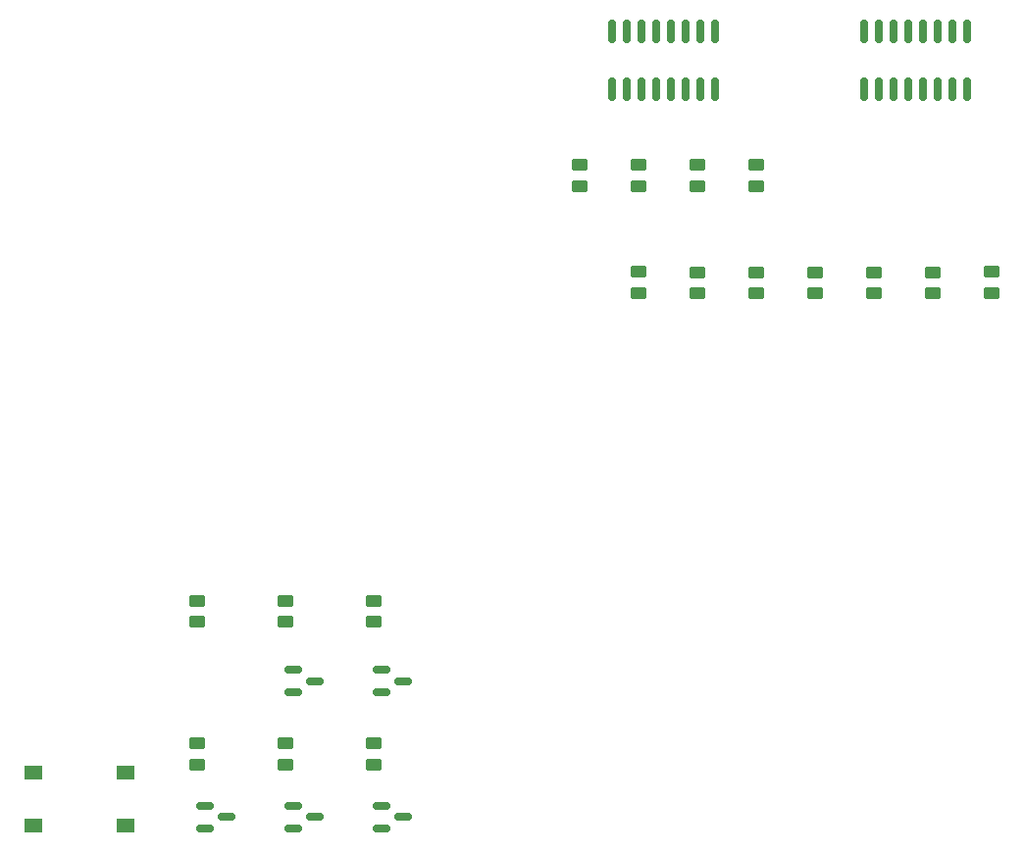
<source format=gbr>
%TF.GenerationSoftware,KiCad,Pcbnew,8.0.4*%
%TF.CreationDate,2024-08-27T11:51:51+09:00*%
%TF.ProjectId,gen2,67656e32-2e6b-4696-9361-645f70636258,rev?*%
%TF.SameCoordinates,PX48ab840PY9157080*%
%TF.FileFunction,Paste,Top*%
%TF.FilePolarity,Positive*%
%FSLAX46Y46*%
G04 Gerber Fmt 4.6, Leading zero omitted, Abs format (unit mm)*
G04 Created by KiCad (PCBNEW 8.0.4) date 2024-08-27 11:51:51*
%MOMM*%
%LPD*%
G01*
G04 APERTURE LIST*
G04 Aperture macros list*
%AMRoundRect*
0 Rectangle with rounded corners*
0 $1 Rounding radius*
0 $2 $3 $4 $5 $6 $7 $8 $9 X,Y pos of 4 corners*
0 Add a 4 corners polygon primitive as box body*
4,1,4,$2,$3,$4,$5,$6,$7,$8,$9,$2,$3,0*
0 Add four circle primitives for the rounded corners*
1,1,$1+$1,$2,$3*
1,1,$1+$1,$4,$5*
1,1,$1+$1,$6,$7*
1,1,$1+$1,$8,$9*
0 Add four rect primitives between the rounded corners*
20,1,$1+$1,$2,$3,$4,$5,0*
20,1,$1+$1,$4,$5,$6,$7,0*
20,1,$1+$1,$6,$7,$8,$9,0*
20,1,$1+$1,$8,$9,$2,$3,0*%
G04 Aperture macros list end*
%ADD10RoundRect,0.250000X0.450000X-0.262500X0.450000X0.262500X-0.450000X0.262500X-0.450000X-0.262500X0*%
%ADD11RoundRect,0.150000X0.150000X-0.825000X0.150000X0.825000X-0.150000X0.825000X-0.150000X-0.825000X0*%
%ADD12RoundRect,0.150000X-0.587500X-0.150000X0.587500X-0.150000X0.587500X0.150000X-0.587500X0.150000X0*%
%ADD13R,1.550000X1.300000*%
G04 APERTURE END LIST*
D10*
%TO.C,R_US2*%
X101621150Y55009650D03*
X101621150Y56834650D03*
%TD*%
%TO.C,R_US5*%
X116861150Y55009650D03*
X116861150Y56834650D03*
%TD*%
%TO.C,R_US8*%
X73681150Y26661650D03*
X73681150Y28486650D03*
%TD*%
%TO.C,R_US12*%
X66061150Y26661650D03*
X66061150Y28486650D03*
%TD*%
D11*
%TO.C,primary1*%
X94255150Y72662150D03*
X95525150Y72662150D03*
X96795150Y72662150D03*
X98065150Y72662150D03*
X99335150Y72662150D03*
X100605150Y72662150D03*
X101875150Y72662150D03*
X103145150Y72662150D03*
X103145150Y77612150D03*
X101875150Y77612150D03*
X100605150Y77612150D03*
X99335150Y77612150D03*
X98065150Y77612150D03*
X96795150Y77612150D03*
X95525150Y77612150D03*
X94255150Y77612150D03*
%TD*%
D10*
%TO.C,R_US17*%
X91461150Y64307950D03*
X91461150Y66132950D03*
%TD*%
D12*
%TO.C,Q4*%
X66726150Y10744150D03*
X66726150Y8844150D03*
X68601150Y9794150D03*
%TD*%
D10*
%TO.C,R_US1*%
X96541150Y55060450D03*
X96541150Y56885450D03*
%TD*%
%TO.C,R_US14*%
X101621150Y64307950D03*
X101621150Y66132950D03*
%TD*%
%TO.C,R_US16*%
X58441150Y26661650D03*
X58441150Y28486650D03*
%TD*%
D13*
%TO.C,SW1*%
X52261150Y9104150D03*
X44301150Y9104150D03*
X52261150Y13604150D03*
X44301150Y13604150D03*
%TD*%
D10*
%TO.C,R_US9*%
X58441150Y14319150D03*
X58441150Y16144150D03*
%TD*%
D12*
%TO.C,Q5*%
X59106150Y10744150D03*
X59106150Y8844150D03*
X60981150Y9794150D03*
%TD*%
D10*
%TO.C,R_US4*%
X111781150Y55009650D03*
X111781150Y56834650D03*
%TD*%
%TO.C,R_US6*%
X121941150Y55009650D03*
X121941150Y56834650D03*
%TD*%
%TO.C,R_US11*%
X73681150Y14319150D03*
X73681150Y16144150D03*
%TD*%
D12*
%TO.C,Q2*%
X66726150Y22494150D03*
X66726150Y20594150D03*
X68601150Y21544150D03*
%TD*%
%TO.C,Q1*%
X74316150Y22494150D03*
X74316150Y20594150D03*
X76191150Y21544150D03*
%TD*%
D10*
%TO.C,R_US15*%
X106701150Y64307950D03*
X106701150Y66132950D03*
%TD*%
%TO.C,R_US7*%
X127021150Y55060450D03*
X127021150Y56885450D03*
%TD*%
D12*
%TO.C,Q3*%
X74346150Y10744150D03*
X74346150Y8844150D03*
X76221150Y9794150D03*
%TD*%
D10*
%TO.C,R_US13*%
X96541150Y64307950D03*
X96541150Y66132950D03*
%TD*%
D11*
%TO.C,secondary1*%
X115997550Y72662150D03*
X117267550Y72662150D03*
X118537550Y72662150D03*
X119807550Y72662150D03*
X121077550Y72662150D03*
X122347550Y72662150D03*
X123617550Y72662150D03*
X124887550Y72662150D03*
X124887550Y77612150D03*
X123617550Y77612150D03*
X122347550Y77612150D03*
X121077550Y77612150D03*
X119807550Y77612150D03*
X118537550Y77612150D03*
X117267550Y77612150D03*
X115997550Y77612150D03*
%TD*%
D10*
%TO.C,R_US10*%
X66061150Y14319150D03*
X66061150Y16144150D03*
%TD*%
%TO.C,R_US3*%
X106701150Y55009650D03*
X106701150Y56834650D03*
%TD*%
M02*

</source>
